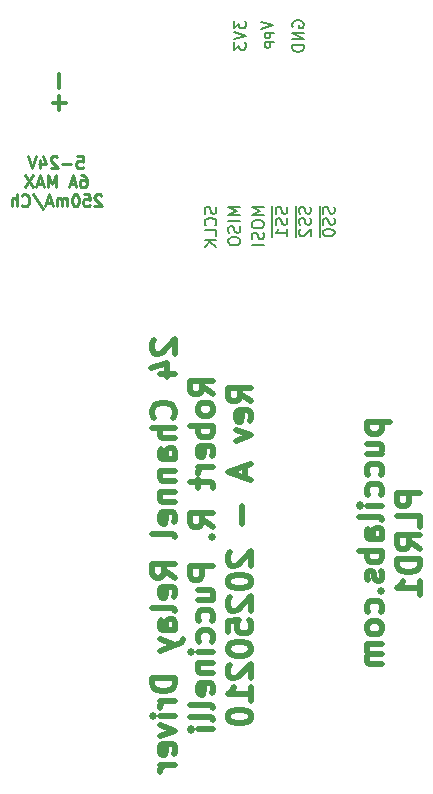
<source format=gbr>
%TF.GenerationSoftware,KiCad,Pcbnew,8.0.5*%
%TF.CreationDate,2025-02-14T14:12:51-08:00*%
%TF.ProjectId,RelayDriver,52656c61-7944-4726-9976-65722e6b6963,A*%
%TF.SameCoordinates,Original*%
%TF.FileFunction,Legend,Bot*%
%TF.FilePolarity,Positive*%
%FSLAX46Y46*%
G04 Gerber Fmt 4.6, Leading zero omitted, Abs format (unit mm)*
G04 Created by KiCad (PCBNEW 8.0.5) date 2025-02-14 14:12:51*
%MOMM*%
%LPD*%
G01*
G04 APERTURE LIST*
%ADD10C,0.375000*%
%ADD11C,0.500000*%
%ADD12C,0.200000*%
%ADD13C,0.250000*%
G04 APERTURE END LIST*
D10*
X123774500Y-70396147D02*
X123774500Y-69253290D01*
X123203071Y-69824718D02*
X124345928Y-69824718D01*
X123774500Y-68539004D02*
X123774500Y-67396147D01*
D11*
X149776016Y-96861903D02*
X151776016Y-96861903D01*
X149871254Y-96861903D02*
X149776016Y-97052379D01*
X149776016Y-97052379D02*
X149776016Y-97433332D01*
X149776016Y-97433332D02*
X149871254Y-97623808D01*
X149871254Y-97623808D02*
X149966492Y-97719046D01*
X149966492Y-97719046D02*
X150156969Y-97814284D01*
X150156969Y-97814284D02*
X150728397Y-97814284D01*
X150728397Y-97814284D02*
X150918873Y-97719046D01*
X150918873Y-97719046D02*
X151014112Y-97623808D01*
X151014112Y-97623808D02*
X151109350Y-97433332D01*
X151109350Y-97433332D02*
X151109350Y-97052379D01*
X151109350Y-97052379D02*
X151014112Y-96861903D01*
X149776016Y-99528570D02*
X151109350Y-99528570D01*
X149776016Y-98671427D02*
X150823635Y-98671427D01*
X150823635Y-98671427D02*
X151014112Y-98766665D01*
X151014112Y-98766665D02*
X151109350Y-98957141D01*
X151109350Y-98957141D02*
X151109350Y-99242856D01*
X151109350Y-99242856D02*
X151014112Y-99433332D01*
X151014112Y-99433332D02*
X150918873Y-99528570D01*
X151014112Y-101338094D02*
X151109350Y-101147618D01*
X151109350Y-101147618D02*
X151109350Y-100766665D01*
X151109350Y-100766665D02*
X151014112Y-100576189D01*
X151014112Y-100576189D02*
X150918873Y-100480951D01*
X150918873Y-100480951D02*
X150728397Y-100385713D01*
X150728397Y-100385713D02*
X150156969Y-100385713D01*
X150156969Y-100385713D02*
X149966492Y-100480951D01*
X149966492Y-100480951D02*
X149871254Y-100576189D01*
X149871254Y-100576189D02*
X149776016Y-100766665D01*
X149776016Y-100766665D02*
X149776016Y-101147618D01*
X149776016Y-101147618D02*
X149871254Y-101338094D01*
X151014112Y-103052380D02*
X151109350Y-102861904D01*
X151109350Y-102861904D02*
X151109350Y-102480951D01*
X151109350Y-102480951D02*
X151014112Y-102290475D01*
X151014112Y-102290475D02*
X150918873Y-102195237D01*
X150918873Y-102195237D02*
X150728397Y-102099999D01*
X150728397Y-102099999D02*
X150156969Y-102099999D01*
X150156969Y-102099999D02*
X149966492Y-102195237D01*
X149966492Y-102195237D02*
X149871254Y-102290475D01*
X149871254Y-102290475D02*
X149776016Y-102480951D01*
X149776016Y-102480951D02*
X149776016Y-102861904D01*
X149776016Y-102861904D02*
X149871254Y-103052380D01*
X151109350Y-103909523D02*
X149776016Y-103909523D01*
X149109350Y-103909523D02*
X149204588Y-103814285D01*
X149204588Y-103814285D02*
X149299826Y-103909523D01*
X149299826Y-103909523D02*
X149204588Y-104004761D01*
X149204588Y-104004761D02*
X149109350Y-103909523D01*
X149109350Y-103909523D02*
X149299826Y-103909523D01*
X151109350Y-105147618D02*
X151014112Y-104957142D01*
X151014112Y-104957142D02*
X150823635Y-104861904D01*
X150823635Y-104861904D02*
X149109350Y-104861904D01*
X151109350Y-106766666D02*
X150061731Y-106766666D01*
X150061731Y-106766666D02*
X149871254Y-106671428D01*
X149871254Y-106671428D02*
X149776016Y-106480952D01*
X149776016Y-106480952D02*
X149776016Y-106099999D01*
X149776016Y-106099999D02*
X149871254Y-105909523D01*
X151014112Y-106766666D02*
X151109350Y-106576190D01*
X151109350Y-106576190D02*
X151109350Y-106099999D01*
X151109350Y-106099999D02*
X151014112Y-105909523D01*
X151014112Y-105909523D02*
X150823635Y-105814285D01*
X150823635Y-105814285D02*
X150633159Y-105814285D01*
X150633159Y-105814285D02*
X150442683Y-105909523D01*
X150442683Y-105909523D02*
X150347445Y-106099999D01*
X150347445Y-106099999D02*
X150347445Y-106576190D01*
X150347445Y-106576190D02*
X150252207Y-106766666D01*
X151109350Y-107719047D02*
X149109350Y-107719047D01*
X149871254Y-107719047D02*
X149776016Y-107909523D01*
X149776016Y-107909523D02*
X149776016Y-108290476D01*
X149776016Y-108290476D02*
X149871254Y-108480952D01*
X149871254Y-108480952D02*
X149966492Y-108576190D01*
X149966492Y-108576190D02*
X150156969Y-108671428D01*
X150156969Y-108671428D02*
X150728397Y-108671428D01*
X150728397Y-108671428D02*
X150918873Y-108576190D01*
X150918873Y-108576190D02*
X151014112Y-108480952D01*
X151014112Y-108480952D02*
X151109350Y-108290476D01*
X151109350Y-108290476D02*
X151109350Y-107909523D01*
X151109350Y-107909523D02*
X151014112Y-107719047D01*
X151014112Y-109433333D02*
X151109350Y-109623809D01*
X151109350Y-109623809D02*
X151109350Y-110004761D01*
X151109350Y-110004761D02*
X151014112Y-110195238D01*
X151014112Y-110195238D02*
X150823635Y-110290476D01*
X150823635Y-110290476D02*
X150728397Y-110290476D01*
X150728397Y-110290476D02*
X150537921Y-110195238D01*
X150537921Y-110195238D02*
X150442683Y-110004761D01*
X150442683Y-110004761D02*
X150442683Y-109719047D01*
X150442683Y-109719047D02*
X150347445Y-109528571D01*
X150347445Y-109528571D02*
X150156969Y-109433333D01*
X150156969Y-109433333D02*
X150061731Y-109433333D01*
X150061731Y-109433333D02*
X149871254Y-109528571D01*
X149871254Y-109528571D02*
X149776016Y-109719047D01*
X149776016Y-109719047D02*
X149776016Y-110004761D01*
X149776016Y-110004761D02*
X149871254Y-110195238D01*
X150918873Y-111147619D02*
X151014112Y-111242857D01*
X151014112Y-111242857D02*
X151109350Y-111147619D01*
X151109350Y-111147619D02*
X151014112Y-111052381D01*
X151014112Y-111052381D02*
X150918873Y-111147619D01*
X150918873Y-111147619D02*
X151109350Y-111147619D01*
X151014112Y-112957143D02*
X151109350Y-112766667D01*
X151109350Y-112766667D02*
X151109350Y-112385714D01*
X151109350Y-112385714D02*
X151014112Y-112195238D01*
X151014112Y-112195238D02*
X150918873Y-112100000D01*
X150918873Y-112100000D02*
X150728397Y-112004762D01*
X150728397Y-112004762D02*
X150156969Y-112004762D01*
X150156969Y-112004762D02*
X149966492Y-112100000D01*
X149966492Y-112100000D02*
X149871254Y-112195238D01*
X149871254Y-112195238D02*
X149776016Y-112385714D01*
X149776016Y-112385714D02*
X149776016Y-112766667D01*
X149776016Y-112766667D02*
X149871254Y-112957143D01*
X151109350Y-114100000D02*
X151014112Y-113909524D01*
X151014112Y-113909524D02*
X150918873Y-113814286D01*
X150918873Y-113814286D02*
X150728397Y-113719048D01*
X150728397Y-113719048D02*
X150156969Y-113719048D01*
X150156969Y-113719048D02*
X149966492Y-113814286D01*
X149966492Y-113814286D02*
X149871254Y-113909524D01*
X149871254Y-113909524D02*
X149776016Y-114100000D01*
X149776016Y-114100000D02*
X149776016Y-114385715D01*
X149776016Y-114385715D02*
X149871254Y-114576191D01*
X149871254Y-114576191D02*
X149966492Y-114671429D01*
X149966492Y-114671429D02*
X150156969Y-114766667D01*
X150156969Y-114766667D02*
X150728397Y-114766667D01*
X150728397Y-114766667D02*
X150918873Y-114671429D01*
X150918873Y-114671429D02*
X151014112Y-114576191D01*
X151014112Y-114576191D02*
X151109350Y-114385715D01*
X151109350Y-114385715D02*
X151109350Y-114100000D01*
X151109350Y-115623810D02*
X149776016Y-115623810D01*
X149966492Y-115623810D02*
X149871254Y-115719048D01*
X149871254Y-115719048D02*
X149776016Y-115909524D01*
X149776016Y-115909524D02*
X149776016Y-116195239D01*
X149776016Y-116195239D02*
X149871254Y-116385715D01*
X149871254Y-116385715D02*
X150061731Y-116480953D01*
X150061731Y-116480953D02*
X151109350Y-116480953D01*
X150061731Y-116480953D02*
X149871254Y-116576191D01*
X149871254Y-116576191D02*
X149776016Y-116766667D01*
X149776016Y-116766667D02*
X149776016Y-117052381D01*
X149776016Y-117052381D02*
X149871254Y-117242858D01*
X149871254Y-117242858D02*
X150061731Y-117338096D01*
X150061731Y-117338096D02*
X151109350Y-117338096D01*
X154329238Y-102814285D02*
X152329238Y-102814285D01*
X152329238Y-102814285D02*
X152329238Y-103576190D01*
X152329238Y-103576190D02*
X152424476Y-103766666D01*
X152424476Y-103766666D02*
X152519714Y-103861904D01*
X152519714Y-103861904D02*
X152710190Y-103957142D01*
X152710190Y-103957142D02*
X152995904Y-103957142D01*
X152995904Y-103957142D02*
X153186380Y-103861904D01*
X153186380Y-103861904D02*
X153281619Y-103766666D01*
X153281619Y-103766666D02*
X153376857Y-103576190D01*
X153376857Y-103576190D02*
X153376857Y-102814285D01*
X154329238Y-105766666D02*
X154329238Y-104814285D01*
X154329238Y-104814285D02*
X152329238Y-104814285D01*
X154329238Y-107576190D02*
X153376857Y-106909523D01*
X154329238Y-106433333D02*
X152329238Y-106433333D01*
X152329238Y-106433333D02*
X152329238Y-107195238D01*
X152329238Y-107195238D02*
X152424476Y-107385714D01*
X152424476Y-107385714D02*
X152519714Y-107480952D01*
X152519714Y-107480952D02*
X152710190Y-107576190D01*
X152710190Y-107576190D02*
X152995904Y-107576190D01*
X152995904Y-107576190D02*
X153186380Y-107480952D01*
X153186380Y-107480952D02*
X153281619Y-107385714D01*
X153281619Y-107385714D02*
X153376857Y-107195238D01*
X153376857Y-107195238D02*
X153376857Y-106433333D01*
X154329238Y-108433333D02*
X152329238Y-108433333D01*
X152329238Y-108433333D02*
X152329238Y-108909523D01*
X152329238Y-108909523D02*
X152424476Y-109195238D01*
X152424476Y-109195238D02*
X152614952Y-109385714D01*
X152614952Y-109385714D02*
X152805428Y-109480952D01*
X152805428Y-109480952D02*
X153186380Y-109576190D01*
X153186380Y-109576190D02*
X153472095Y-109576190D01*
X153472095Y-109576190D02*
X153853047Y-109480952D01*
X153853047Y-109480952D02*
X154043523Y-109385714D01*
X154043523Y-109385714D02*
X154234000Y-109195238D01*
X154234000Y-109195238D02*
X154329238Y-108909523D01*
X154329238Y-108909523D02*
X154329238Y-108433333D01*
X154329238Y-111480952D02*
X154329238Y-110338095D01*
X154329238Y-110909523D02*
X152329238Y-110909523D01*
X152329238Y-110909523D02*
X152614952Y-110719047D01*
X152614952Y-110719047D02*
X152805428Y-110528571D01*
X152805428Y-110528571D02*
X152900666Y-110338095D01*
D12*
X145019600Y-78622054D02*
X145067219Y-78764911D01*
X145067219Y-78764911D02*
X145067219Y-79003006D01*
X145067219Y-79003006D02*
X145019600Y-79098244D01*
X145019600Y-79098244D02*
X144971980Y-79145863D01*
X144971980Y-79145863D02*
X144876742Y-79193482D01*
X144876742Y-79193482D02*
X144781504Y-79193482D01*
X144781504Y-79193482D02*
X144686266Y-79145863D01*
X144686266Y-79145863D02*
X144638647Y-79098244D01*
X144638647Y-79098244D02*
X144591028Y-79003006D01*
X144591028Y-79003006D02*
X144543409Y-78812530D01*
X144543409Y-78812530D02*
X144495790Y-78717292D01*
X144495790Y-78717292D02*
X144448171Y-78669673D01*
X144448171Y-78669673D02*
X144352933Y-78622054D01*
X144352933Y-78622054D02*
X144257695Y-78622054D01*
X144257695Y-78622054D02*
X144162457Y-78669673D01*
X144162457Y-78669673D02*
X144114838Y-78717292D01*
X144114838Y-78717292D02*
X144067219Y-78812530D01*
X144067219Y-78812530D02*
X144067219Y-79050625D01*
X144067219Y-79050625D02*
X144114838Y-79193482D01*
X145019600Y-79574435D02*
X145067219Y-79717292D01*
X145067219Y-79717292D02*
X145067219Y-79955387D01*
X145067219Y-79955387D02*
X145019600Y-80050625D01*
X145019600Y-80050625D02*
X144971980Y-80098244D01*
X144971980Y-80098244D02*
X144876742Y-80145863D01*
X144876742Y-80145863D02*
X144781504Y-80145863D01*
X144781504Y-80145863D02*
X144686266Y-80098244D01*
X144686266Y-80098244D02*
X144638647Y-80050625D01*
X144638647Y-80050625D02*
X144591028Y-79955387D01*
X144591028Y-79955387D02*
X144543409Y-79764911D01*
X144543409Y-79764911D02*
X144495790Y-79669673D01*
X144495790Y-79669673D02*
X144448171Y-79622054D01*
X144448171Y-79622054D02*
X144352933Y-79574435D01*
X144352933Y-79574435D02*
X144257695Y-79574435D01*
X144257695Y-79574435D02*
X144162457Y-79622054D01*
X144162457Y-79622054D02*
X144114838Y-79669673D01*
X144114838Y-79669673D02*
X144067219Y-79764911D01*
X144067219Y-79764911D02*
X144067219Y-80003006D01*
X144067219Y-80003006D02*
X144114838Y-80145863D01*
X144162457Y-80526816D02*
X144114838Y-80574435D01*
X144114838Y-80574435D02*
X144067219Y-80669673D01*
X144067219Y-80669673D02*
X144067219Y-80907768D01*
X144067219Y-80907768D02*
X144114838Y-81003006D01*
X144114838Y-81003006D02*
X144162457Y-81050625D01*
X144162457Y-81050625D02*
X144257695Y-81098244D01*
X144257695Y-81098244D02*
X144352933Y-81098244D01*
X144352933Y-81098244D02*
X144495790Y-81050625D01*
X144495790Y-81050625D02*
X145067219Y-80479197D01*
X145067219Y-80479197D02*
X145067219Y-81098244D01*
X143789600Y-78531578D02*
X143789600Y-81188721D01*
X143019600Y-78622054D02*
X143067219Y-78764911D01*
X143067219Y-78764911D02*
X143067219Y-79003006D01*
X143067219Y-79003006D02*
X143019600Y-79098244D01*
X143019600Y-79098244D02*
X142971980Y-79145863D01*
X142971980Y-79145863D02*
X142876742Y-79193482D01*
X142876742Y-79193482D02*
X142781504Y-79193482D01*
X142781504Y-79193482D02*
X142686266Y-79145863D01*
X142686266Y-79145863D02*
X142638647Y-79098244D01*
X142638647Y-79098244D02*
X142591028Y-79003006D01*
X142591028Y-79003006D02*
X142543409Y-78812530D01*
X142543409Y-78812530D02*
X142495790Y-78717292D01*
X142495790Y-78717292D02*
X142448171Y-78669673D01*
X142448171Y-78669673D02*
X142352933Y-78622054D01*
X142352933Y-78622054D02*
X142257695Y-78622054D01*
X142257695Y-78622054D02*
X142162457Y-78669673D01*
X142162457Y-78669673D02*
X142114838Y-78717292D01*
X142114838Y-78717292D02*
X142067219Y-78812530D01*
X142067219Y-78812530D02*
X142067219Y-79050625D01*
X142067219Y-79050625D02*
X142114838Y-79193482D01*
X143019600Y-79574435D02*
X143067219Y-79717292D01*
X143067219Y-79717292D02*
X143067219Y-79955387D01*
X143067219Y-79955387D02*
X143019600Y-80050625D01*
X143019600Y-80050625D02*
X142971980Y-80098244D01*
X142971980Y-80098244D02*
X142876742Y-80145863D01*
X142876742Y-80145863D02*
X142781504Y-80145863D01*
X142781504Y-80145863D02*
X142686266Y-80098244D01*
X142686266Y-80098244D02*
X142638647Y-80050625D01*
X142638647Y-80050625D02*
X142591028Y-79955387D01*
X142591028Y-79955387D02*
X142543409Y-79764911D01*
X142543409Y-79764911D02*
X142495790Y-79669673D01*
X142495790Y-79669673D02*
X142448171Y-79622054D01*
X142448171Y-79622054D02*
X142352933Y-79574435D01*
X142352933Y-79574435D02*
X142257695Y-79574435D01*
X142257695Y-79574435D02*
X142162457Y-79622054D01*
X142162457Y-79622054D02*
X142114838Y-79669673D01*
X142114838Y-79669673D02*
X142067219Y-79764911D01*
X142067219Y-79764911D02*
X142067219Y-80003006D01*
X142067219Y-80003006D02*
X142114838Y-80145863D01*
X143067219Y-81098244D02*
X143067219Y-80526816D01*
X143067219Y-80812530D02*
X142067219Y-80812530D01*
X142067219Y-80812530D02*
X142210076Y-80717292D01*
X142210076Y-80717292D02*
X142305314Y-80622054D01*
X142305314Y-80622054D02*
X142352933Y-80526816D01*
X141789600Y-78531578D02*
X141789600Y-81188721D01*
D13*
X125261904Y-74344731D02*
X125738094Y-74344731D01*
X125738094Y-74344731D02*
X125785713Y-74820921D01*
X125785713Y-74820921D02*
X125738094Y-74773302D01*
X125738094Y-74773302D02*
X125642856Y-74725683D01*
X125642856Y-74725683D02*
X125404761Y-74725683D01*
X125404761Y-74725683D02*
X125309523Y-74773302D01*
X125309523Y-74773302D02*
X125261904Y-74820921D01*
X125261904Y-74820921D02*
X125214285Y-74916159D01*
X125214285Y-74916159D02*
X125214285Y-75154254D01*
X125214285Y-75154254D02*
X125261904Y-75249492D01*
X125261904Y-75249492D02*
X125309523Y-75297112D01*
X125309523Y-75297112D02*
X125404761Y-75344731D01*
X125404761Y-75344731D02*
X125642856Y-75344731D01*
X125642856Y-75344731D02*
X125738094Y-75297112D01*
X125738094Y-75297112D02*
X125785713Y-75249492D01*
X124785713Y-74963778D02*
X124023809Y-74963778D01*
X123595237Y-74439969D02*
X123547618Y-74392350D01*
X123547618Y-74392350D02*
X123452380Y-74344731D01*
X123452380Y-74344731D02*
X123214285Y-74344731D01*
X123214285Y-74344731D02*
X123119047Y-74392350D01*
X123119047Y-74392350D02*
X123071428Y-74439969D01*
X123071428Y-74439969D02*
X123023809Y-74535207D01*
X123023809Y-74535207D02*
X123023809Y-74630445D01*
X123023809Y-74630445D02*
X123071428Y-74773302D01*
X123071428Y-74773302D02*
X123642856Y-75344731D01*
X123642856Y-75344731D02*
X123023809Y-75344731D01*
X122166666Y-74678064D02*
X122166666Y-75344731D01*
X122404761Y-74297112D02*
X122642856Y-75011397D01*
X122642856Y-75011397D02*
X122023809Y-75011397D01*
X121785713Y-74344731D02*
X121452380Y-75344731D01*
X121452380Y-75344731D02*
X121119047Y-74344731D01*
X125595238Y-75954675D02*
X125785714Y-75954675D01*
X125785714Y-75954675D02*
X125880952Y-76002294D01*
X125880952Y-76002294D02*
X125928571Y-76049913D01*
X125928571Y-76049913D02*
X126023809Y-76192770D01*
X126023809Y-76192770D02*
X126071428Y-76383246D01*
X126071428Y-76383246D02*
X126071428Y-76764198D01*
X126071428Y-76764198D02*
X126023809Y-76859436D01*
X126023809Y-76859436D02*
X125976190Y-76907056D01*
X125976190Y-76907056D02*
X125880952Y-76954675D01*
X125880952Y-76954675D02*
X125690476Y-76954675D01*
X125690476Y-76954675D02*
X125595238Y-76907056D01*
X125595238Y-76907056D02*
X125547619Y-76859436D01*
X125547619Y-76859436D02*
X125500000Y-76764198D01*
X125500000Y-76764198D02*
X125500000Y-76526103D01*
X125500000Y-76526103D02*
X125547619Y-76430865D01*
X125547619Y-76430865D02*
X125595238Y-76383246D01*
X125595238Y-76383246D02*
X125690476Y-76335627D01*
X125690476Y-76335627D02*
X125880952Y-76335627D01*
X125880952Y-76335627D02*
X125976190Y-76383246D01*
X125976190Y-76383246D02*
X126023809Y-76430865D01*
X126023809Y-76430865D02*
X126071428Y-76526103D01*
X125119047Y-76668960D02*
X124642857Y-76668960D01*
X125214285Y-76954675D02*
X124880952Y-75954675D01*
X124880952Y-75954675D02*
X124547619Y-76954675D01*
X123452380Y-76954675D02*
X123452380Y-75954675D01*
X123452380Y-75954675D02*
X123119047Y-76668960D01*
X123119047Y-76668960D02*
X122785714Y-75954675D01*
X122785714Y-75954675D02*
X122785714Y-76954675D01*
X122357142Y-76668960D02*
X121880952Y-76668960D01*
X122452380Y-76954675D02*
X122119047Y-75954675D01*
X122119047Y-75954675D02*
X121785714Y-76954675D01*
X121547618Y-75954675D02*
X120880952Y-76954675D01*
X120880952Y-75954675D02*
X121547618Y-76954675D01*
X127309523Y-77659857D02*
X127261904Y-77612238D01*
X127261904Y-77612238D02*
X127166666Y-77564619D01*
X127166666Y-77564619D02*
X126928571Y-77564619D01*
X126928571Y-77564619D02*
X126833333Y-77612238D01*
X126833333Y-77612238D02*
X126785714Y-77659857D01*
X126785714Y-77659857D02*
X126738095Y-77755095D01*
X126738095Y-77755095D02*
X126738095Y-77850333D01*
X126738095Y-77850333D02*
X126785714Y-77993190D01*
X126785714Y-77993190D02*
X127357142Y-78564619D01*
X127357142Y-78564619D02*
X126738095Y-78564619D01*
X125833333Y-77564619D02*
X126309523Y-77564619D01*
X126309523Y-77564619D02*
X126357142Y-78040809D01*
X126357142Y-78040809D02*
X126309523Y-77993190D01*
X126309523Y-77993190D02*
X126214285Y-77945571D01*
X126214285Y-77945571D02*
X125976190Y-77945571D01*
X125976190Y-77945571D02*
X125880952Y-77993190D01*
X125880952Y-77993190D02*
X125833333Y-78040809D01*
X125833333Y-78040809D02*
X125785714Y-78136047D01*
X125785714Y-78136047D02*
X125785714Y-78374142D01*
X125785714Y-78374142D02*
X125833333Y-78469380D01*
X125833333Y-78469380D02*
X125880952Y-78517000D01*
X125880952Y-78517000D02*
X125976190Y-78564619D01*
X125976190Y-78564619D02*
X126214285Y-78564619D01*
X126214285Y-78564619D02*
X126309523Y-78517000D01*
X126309523Y-78517000D02*
X126357142Y-78469380D01*
X125166666Y-77564619D02*
X125071428Y-77564619D01*
X125071428Y-77564619D02*
X124976190Y-77612238D01*
X124976190Y-77612238D02*
X124928571Y-77659857D01*
X124928571Y-77659857D02*
X124880952Y-77755095D01*
X124880952Y-77755095D02*
X124833333Y-77945571D01*
X124833333Y-77945571D02*
X124833333Y-78183666D01*
X124833333Y-78183666D02*
X124880952Y-78374142D01*
X124880952Y-78374142D02*
X124928571Y-78469380D01*
X124928571Y-78469380D02*
X124976190Y-78517000D01*
X124976190Y-78517000D02*
X125071428Y-78564619D01*
X125071428Y-78564619D02*
X125166666Y-78564619D01*
X125166666Y-78564619D02*
X125261904Y-78517000D01*
X125261904Y-78517000D02*
X125309523Y-78469380D01*
X125309523Y-78469380D02*
X125357142Y-78374142D01*
X125357142Y-78374142D02*
X125404761Y-78183666D01*
X125404761Y-78183666D02*
X125404761Y-77945571D01*
X125404761Y-77945571D02*
X125357142Y-77755095D01*
X125357142Y-77755095D02*
X125309523Y-77659857D01*
X125309523Y-77659857D02*
X125261904Y-77612238D01*
X125261904Y-77612238D02*
X125166666Y-77564619D01*
X124404761Y-78564619D02*
X124404761Y-77897952D01*
X124404761Y-77993190D02*
X124357142Y-77945571D01*
X124357142Y-77945571D02*
X124261904Y-77897952D01*
X124261904Y-77897952D02*
X124119047Y-77897952D01*
X124119047Y-77897952D02*
X124023809Y-77945571D01*
X124023809Y-77945571D02*
X123976190Y-78040809D01*
X123976190Y-78040809D02*
X123976190Y-78564619D01*
X123976190Y-78040809D02*
X123928571Y-77945571D01*
X123928571Y-77945571D02*
X123833333Y-77897952D01*
X123833333Y-77897952D02*
X123690476Y-77897952D01*
X123690476Y-77897952D02*
X123595237Y-77945571D01*
X123595237Y-77945571D02*
X123547618Y-78040809D01*
X123547618Y-78040809D02*
X123547618Y-78564619D01*
X123119047Y-78278904D02*
X122642857Y-78278904D01*
X123214285Y-78564619D02*
X122880952Y-77564619D01*
X122880952Y-77564619D02*
X122547619Y-78564619D01*
X121500000Y-77517000D02*
X122357142Y-78802714D01*
X120595238Y-78469380D02*
X120642857Y-78517000D01*
X120642857Y-78517000D02*
X120785714Y-78564619D01*
X120785714Y-78564619D02*
X120880952Y-78564619D01*
X120880952Y-78564619D02*
X121023809Y-78517000D01*
X121023809Y-78517000D02*
X121119047Y-78421761D01*
X121119047Y-78421761D02*
X121166666Y-78326523D01*
X121166666Y-78326523D02*
X121214285Y-78136047D01*
X121214285Y-78136047D02*
X121214285Y-77993190D01*
X121214285Y-77993190D02*
X121166666Y-77802714D01*
X121166666Y-77802714D02*
X121119047Y-77707476D01*
X121119047Y-77707476D02*
X121023809Y-77612238D01*
X121023809Y-77612238D02*
X120880952Y-77564619D01*
X120880952Y-77564619D02*
X120785714Y-77564619D01*
X120785714Y-77564619D02*
X120642857Y-77612238D01*
X120642857Y-77612238D02*
X120595238Y-77659857D01*
X120166666Y-78564619D02*
X120166666Y-77564619D01*
X119738095Y-78564619D02*
X119738095Y-78040809D01*
X119738095Y-78040809D02*
X119785714Y-77945571D01*
X119785714Y-77945571D02*
X119880952Y-77897952D01*
X119880952Y-77897952D02*
X120023809Y-77897952D01*
X120023809Y-77897952D02*
X120119047Y-77945571D01*
X120119047Y-77945571D02*
X120166666Y-77993190D01*
D11*
X131769826Y-89909522D02*
X131674588Y-90004760D01*
X131674588Y-90004760D02*
X131579350Y-90195236D01*
X131579350Y-90195236D02*
X131579350Y-90671427D01*
X131579350Y-90671427D02*
X131674588Y-90861903D01*
X131674588Y-90861903D02*
X131769826Y-90957141D01*
X131769826Y-90957141D02*
X131960302Y-91052379D01*
X131960302Y-91052379D02*
X132150778Y-91052379D01*
X132150778Y-91052379D02*
X132436492Y-90957141D01*
X132436492Y-90957141D02*
X133579350Y-89814284D01*
X133579350Y-89814284D02*
X133579350Y-91052379D01*
X132246016Y-92766665D02*
X133579350Y-92766665D01*
X131484112Y-92290474D02*
X132912683Y-91814284D01*
X132912683Y-91814284D02*
X132912683Y-93052379D01*
X133388873Y-96480951D02*
X133484112Y-96385713D01*
X133484112Y-96385713D02*
X133579350Y-96099999D01*
X133579350Y-96099999D02*
X133579350Y-95909523D01*
X133579350Y-95909523D02*
X133484112Y-95623808D01*
X133484112Y-95623808D02*
X133293635Y-95433332D01*
X133293635Y-95433332D02*
X133103159Y-95338094D01*
X133103159Y-95338094D02*
X132722207Y-95242856D01*
X132722207Y-95242856D02*
X132436492Y-95242856D01*
X132436492Y-95242856D02*
X132055540Y-95338094D01*
X132055540Y-95338094D02*
X131865064Y-95433332D01*
X131865064Y-95433332D02*
X131674588Y-95623808D01*
X131674588Y-95623808D02*
X131579350Y-95909523D01*
X131579350Y-95909523D02*
X131579350Y-96099999D01*
X131579350Y-96099999D02*
X131674588Y-96385713D01*
X131674588Y-96385713D02*
X131769826Y-96480951D01*
X133579350Y-97338094D02*
X131579350Y-97338094D01*
X133579350Y-98195237D02*
X132531731Y-98195237D01*
X132531731Y-98195237D02*
X132341254Y-98099999D01*
X132341254Y-98099999D02*
X132246016Y-97909523D01*
X132246016Y-97909523D02*
X132246016Y-97623808D01*
X132246016Y-97623808D02*
X132341254Y-97433332D01*
X132341254Y-97433332D02*
X132436492Y-97338094D01*
X133579350Y-100004761D02*
X132531731Y-100004761D01*
X132531731Y-100004761D02*
X132341254Y-99909523D01*
X132341254Y-99909523D02*
X132246016Y-99719047D01*
X132246016Y-99719047D02*
X132246016Y-99338094D01*
X132246016Y-99338094D02*
X132341254Y-99147618D01*
X133484112Y-100004761D02*
X133579350Y-99814285D01*
X133579350Y-99814285D02*
X133579350Y-99338094D01*
X133579350Y-99338094D02*
X133484112Y-99147618D01*
X133484112Y-99147618D02*
X133293635Y-99052380D01*
X133293635Y-99052380D02*
X133103159Y-99052380D01*
X133103159Y-99052380D02*
X132912683Y-99147618D01*
X132912683Y-99147618D02*
X132817445Y-99338094D01*
X132817445Y-99338094D02*
X132817445Y-99814285D01*
X132817445Y-99814285D02*
X132722207Y-100004761D01*
X132246016Y-100957142D02*
X133579350Y-100957142D01*
X132436492Y-100957142D02*
X132341254Y-101052380D01*
X132341254Y-101052380D02*
X132246016Y-101242856D01*
X132246016Y-101242856D02*
X132246016Y-101528571D01*
X132246016Y-101528571D02*
X132341254Y-101719047D01*
X132341254Y-101719047D02*
X132531731Y-101814285D01*
X132531731Y-101814285D02*
X133579350Y-101814285D01*
X132246016Y-102766666D02*
X133579350Y-102766666D01*
X132436492Y-102766666D02*
X132341254Y-102861904D01*
X132341254Y-102861904D02*
X132246016Y-103052380D01*
X132246016Y-103052380D02*
X132246016Y-103338095D01*
X132246016Y-103338095D02*
X132341254Y-103528571D01*
X132341254Y-103528571D02*
X132531731Y-103623809D01*
X132531731Y-103623809D02*
X133579350Y-103623809D01*
X133484112Y-105338095D02*
X133579350Y-105147619D01*
X133579350Y-105147619D02*
X133579350Y-104766666D01*
X133579350Y-104766666D02*
X133484112Y-104576190D01*
X133484112Y-104576190D02*
X133293635Y-104480952D01*
X133293635Y-104480952D02*
X132531731Y-104480952D01*
X132531731Y-104480952D02*
X132341254Y-104576190D01*
X132341254Y-104576190D02*
X132246016Y-104766666D01*
X132246016Y-104766666D02*
X132246016Y-105147619D01*
X132246016Y-105147619D02*
X132341254Y-105338095D01*
X132341254Y-105338095D02*
X132531731Y-105433333D01*
X132531731Y-105433333D02*
X132722207Y-105433333D01*
X132722207Y-105433333D02*
X132912683Y-104480952D01*
X133579350Y-106576190D02*
X133484112Y-106385714D01*
X133484112Y-106385714D02*
X133293635Y-106290476D01*
X133293635Y-106290476D02*
X131579350Y-106290476D01*
X133579350Y-110004762D02*
X132626969Y-109338095D01*
X133579350Y-108861905D02*
X131579350Y-108861905D01*
X131579350Y-108861905D02*
X131579350Y-109623810D01*
X131579350Y-109623810D02*
X131674588Y-109814286D01*
X131674588Y-109814286D02*
X131769826Y-109909524D01*
X131769826Y-109909524D02*
X131960302Y-110004762D01*
X131960302Y-110004762D02*
X132246016Y-110004762D01*
X132246016Y-110004762D02*
X132436492Y-109909524D01*
X132436492Y-109909524D02*
X132531731Y-109814286D01*
X132531731Y-109814286D02*
X132626969Y-109623810D01*
X132626969Y-109623810D02*
X132626969Y-108861905D01*
X133484112Y-111623810D02*
X133579350Y-111433334D01*
X133579350Y-111433334D02*
X133579350Y-111052381D01*
X133579350Y-111052381D02*
X133484112Y-110861905D01*
X133484112Y-110861905D02*
X133293635Y-110766667D01*
X133293635Y-110766667D02*
X132531731Y-110766667D01*
X132531731Y-110766667D02*
X132341254Y-110861905D01*
X132341254Y-110861905D02*
X132246016Y-111052381D01*
X132246016Y-111052381D02*
X132246016Y-111433334D01*
X132246016Y-111433334D02*
X132341254Y-111623810D01*
X132341254Y-111623810D02*
X132531731Y-111719048D01*
X132531731Y-111719048D02*
X132722207Y-111719048D01*
X132722207Y-111719048D02*
X132912683Y-110766667D01*
X133579350Y-112861905D02*
X133484112Y-112671429D01*
X133484112Y-112671429D02*
X133293635Y-112576191D01*
X133293635Y-112576191D02*
X131579350Y-112576191D01*
X133579350Y-114480953D02*
X132531731Y-114480953D01*
X132531731Y-114480953D02*
X132341254Y-114385715D01*
X132341254Y-114385715D02*
X132246016Y-114195239D01*
X132246016Y-114195239D02*
X132246016Y-113814286D01*
X132246016Y-113814286D02*
X132341254Y-113623810D01*
X133484112Y-114480953D02*
X133579350Y-114290477D01*
X133579350Y-114290477D02*
X133579350Y-113814286D01*
X133579350Y-113814286D02*
X133484112Y-113623810D01*
X133484112Y-113623810D02*
X133293635Y-113528572D01*
X133293635Y-113528572D02*
X133103159Y-113528572D01*
X133103159Y-113528572D02*
X132912683Y-113623810D01*
X132912683Y-113623810D02*
X132817445Y-113814286D01*
X132817445Y-113814286D02*
X132817445Y-114290477D01*
X132817445Y-114290477D02*
X132722207Y-114480953D01*
X132246016Y-115242858D02*
X133579350Y-115719048D01*
X132246016Y-116195239D02*
X133579350Y-115719048D01*
X133579350Y-115719048D02*
X134055540Y-115528572D01*
X134055540Y-115528572D02*
X134150778Y-115433334D01*
X134150778Y-115433334D02*
X134246016Y-115242858D01*
X133579350Y-118480954D02*
X131579350Y-118480954D01*
X131579350Y-118480954D02*
X131579350Y-118957144D01*
X131579350Y-118957144D02*
X131674588Y-119242859D01*
X131674588Y-119242859D02*
X131865064Y-119433335D01*
X131865064Y-119433335D02*
X132055540Y-119528573D01*
X132055540Y-119528573D02*
X132436492Y-119623811D01*
X132436492Y-119623811D02*
X132722207Y-119623811D01*
X132722207Y-119623811D02*
X133103159Y-119528573D01*
X133103159Y-119528573D02*
X133293635Y-119433335D01*
X133293635Y-119433335D02*
X133484112Y-119242859D01*
X133484112Y-119242859D02*
X133579350Y-118957144D01*
X133579350Y-118957144D02*
X133579350Y-118480954D01*
X133579350Y-120480954D02*
X132246016Y-120480954D01*
X132626969Y-120480954D02*
X132436492Y-120576192D01*
X132436492Y-120576192D02*
X132341254Y-120671430D01*
X132341254Y-120671430D02*
X132246016Y-120861906D01*
X132246016Y-120861906D02*
X132246016Y-121052383D01*
X133579350Y-121719049D02*
X132246016Y-121719049D01*
X131579350Y-121719049D02*
X131674588Y-121623811D01*
X131674588Y-121623811D02*
X131769826Y-121719049D01*
X131769826Y-121719049D02*
X131674588Y-121814287D01*
X131674588Y-121814287D02*
X131579350Y-121719049D01*
X131579350Y-121719049D02*
X131769826Y-121719049D01*
X132246016Y-122480954D02*
X133579350Y-122957144D01*
X133579350Y-122957144D02*
X132246016Y-123433335D01*
X133484112Y-124957145D02*
X133579350Y-124766669D01*
X133579350Y-124766669D02*
X133579350Y-124385716D01*
X133579350Y-124385716D02*
X133484112Y-124195240D01*
X133484112Y-124195240D02*
X133293635Y-124100002D01*
X133293635Y-124100002D02*
X132531731Y-124100002D01*
X132531731Y-124100002D02*
X132341254Y-124195240D01*
X132341254Y-124195240D02*
X132246016Y-124385716D01*
X132246016Y-124385716D02*
X132246016Y-124766669D01*
X132246016Y-124766669D02*
X132341254Y-124957145D01*
X132341254Y-124957145D02*
X132531731Y-125052383D01*
X132531731Y-125052383D02*
X132722207Y-125052383D01*
X132722207Y-125052383D02*
X132912683Y-124100002D01*
X133579350Y-125909526D02*
X132246016Y-125909526D01*
X132626969Y-125909526D02*
X132436492Y-126004764D01*
X132436492Y-126004764D02*
X132341254Y-126100002D01*
X132341254Y-126100002D02*
X132246016Y-126290478D01*
X132246016Y-126290478D02*
X132246016Y-126480955D01*
X136799238Y-94480951D02*
X135846857Y-93814284D01*
X136799238Y-93338094D02*
X134799238Y-93338094D01*
X134799238Y-93338094D02*
X134799238Y-94099999D01*
X134799238Y-94099999D02*
X134894476Y-94290475D01*
X134894476Y-94290475D02*
X134989714Y-94385713D01*
X134989714Y-94385713D02*
X135180190Y-94480951D01*
X135180190Y-94480951D02*
X135465904Y-94480951D01*
X135465904Y-94480951D02*
X135656380Y-94385713D01*
X135656380Y-94385713D02*
X135751619Y-94290475D01*
X135751619Y-94290475D02*
X135846857Y-94099999D01*
X135846857Y-94099999D02*
X135846857Y-93338094D01*
X136799238Y-95623808D02*
X136704000Y-95433332D01*
X136704000Y-95433332D02*
X136608761Y-95338094D01*
X136608761Y-95338094D02*
X136418285Y-95242856D01*
X136418285Y-95242856D02*
X135846857Y-95242856D01*
X135846857Y-95242856D02*
X135656380Y-95338094D01*
X135656380Y-95338094D02*
X135561142Y-95433332D01*
X135561142Y-95433332D02*
X135465904Y-95623808D01*
X135465904Y-95623808D02*
X135465904Y-95909523D01*
X135465904Y-95909523D02*
X135561142Y-96099999D01*
X135561142Y-96099999D02*
X135656380Y-96195237D01*
X135656380Y-96195237D02*
X135846857Y-96290475D01*
X135846857Y-96290475D02*
X136418285Y-96290475D01*
X136418285Y-96290475D02*
X136608761Y-96195237D01*
X136608761Y-96195237D02*
X136704000Y-96099999D01*
X136704000Y-96099999D02*
X136799238Y-95909523D01*
X136799238Y-95909523D02*
X136799238Y-95623808D01*
X136799238Y-97147618D02*
X134799238Y-97147618D01*
X135561142Y-97147618D02*
X135465904Y-97338094D01*
X135465904Y-97338094D02*
X135465904Y-97719047D01*
X135465904Y-97719047D02*
X135561142Y-97909523D01*
X135561142Y-97909523D02*
X135656380Y-98004761D01*
X135656380Y-98004761D02*
X135846857Y-98099999D01*
X135846857Y-98099999D02*
X136418285Y-98099999D01*
X136418285Y-98099999D02*
X136608761Y-98004761D01*
X136608761Y-98004761D02*
X136704000Y-97909523D01*
X136704000Y-97909523D02*
X136799238Y-97719047D01*
X136799238Y-97719047D02*
X136799238Y-97338094D01*
X136799238Y-97338094D02*
X136704000Y-97147618D01*
X136704000Y-99719047D02*
X136799238Y-99528571D01*
X136799238Y-99528571D02*
X136799238Y-99147618D01*
X136799238Y-99147618D02*
X136704000Y-98957142D01*
X136704000Y-98957142D02*
X136513523Y-98861904D01*
X136513523Y-98861904D02*
X135751619Y-98861904D01*
X135751619Y-98861904D02*
X135561142Y-98957142D01*
X135561142Y-98957142D02*
X135465904Y-99147618D01*
X135465904Y-99147618D02*
X135465904Y-99528571D01*
X135465904Y-99528571D02*
X135561142Y-99719047D01*
X135561142Y-99719047D02*
X135751619Y-99814285D01*
X135751619Y-99814285D02*
X135942095Y-99814285D01*
X135942095Y-99814285D02*
X136132571Y-98861904D01*
X136799238Y-100671428D02*
X135465904Y-100671428D01*
X135846857Y-100671428D02*
X135656380Y-100766666D01*
X135656380Y-100766666D02*
X135561142Y-100861904D01*
X135561142Y-100861904D02*
X135465904Y-101052380D01*
X135465904Y-101052380D02*
X135465904Y-101242857D01*
X135465904Y-101623809D02*
X135465904Y-102385713D01*
X134799238Y-101909523D02*
X136513523Y-101909523D01*
X136513523Y-101909523D02*
X136704000Y-102004761D01*
X136704000Y-102004761D02*
X136799238Y-102195237D01*
X136799238Y-102195237D02*
X136799238Y-102385713D01*
X136799238Y-105719047D02*
X135846857Y-105052380D01*
X136799238Y-104576190D02*
X134799238Y-104576190D01*
X134799238Y-104576190D02*
X134799238Y-105338095D01*
X134799238Y-105338095D02*
X134894476Y-105528571D01*
X134894476Y-105528571D02*
X134989714Y-105623809D01*
X134989714Y-105623809D02*
X135180190Y-105719047D01*
X135180190Y-105719047D02*
X135465904Y-105719047D01*
X135465904Y-105719047D02*
X135656380Y-105623809D01*
X135656380Y-105623809D02*
X135751619Y-105528571D01*
X135751619Y-105528571D02*
X135846857Y-105338095D01*
X135846857Y-105338095D02*
X135846857Y-104576190D01*
X136608761Y-106576190D02*
X136704000Y-106671428D01*
X136704000Y-106671428D02*
X136799238Y-106576190D01*
X136799238Y-106576190D02*
X136704000Y-106480952D01*
X136704000Y-106480952D02*
X136608761Y-106576190D01*
X136608761Y-106576190D02*
X136799238Y-106576190D01*
X136799238Y-109052381D02*
X134799238Y-109052381D01*
X134799238Y-109052381D02*
X134799238Y-109814286D01*
X134799238Y-109814286D02*
X134894476Y-110004762D01*
X134894476Y-110004762D02*
X134989714Y-110100000D01*
X134989714Y-110100000D02*
X135180190Y-110195238D01*
X135180190Y-110195238D02*
X135465904Y-110195238D01*
X135465904Y-110195238D02*
X135656380Y-110100000D01*
X135656380Y-110100000D02*
X135751619Y-110004762D01*
X135751619Y-110004762D02*
X135846857Y-109814286D01*
X135846857Y-109814286D02*
X135846857Y-109052381D01*
X135465904Y-111909524D02*
X136799238Y-111909524D01*
X135465904Y-111052381D02*
X136513523Y-111052381D01*
X136513523Y-111052381D02*
X136704000Y-111147619D01*
X136704000Y-111147619D02*
X136799238Y-111338095D01*
X136799238Y-111338095D02*
X136799238Y-111623810D01*
X136799238Y-111623810D02*
X136704000Y-111814286D01*
X136704000Y-111814286D02*
X136608761Y-111909524D01*
X136704000Y-113719048D02*
X136799238Y-113528572D01*
X136799238Y-113528572D02*
X136799238Y-113147619D01*
X136799238Y-113147619D02*
X136704000Y-112957143D01*
X136704000Y-112957143D02*
X136608761Y-112861905D01*
X136608761Y-112861905D02*
X136418285Y-112766667D01*
X136418285Y-112766667D02*
X135846857Y-112766667D01*
X135846857Y-112766667D02*
X135656380Y-112861905D01*
X135656380Y-112861905D02*
X135561142Y-112957143D01*
X135561142Y-112957143D02*
X135465904Y-113147619D01*
X135465904Y-113147619D02*
X135465904Y-113528572D01*
X135465904Y-113528572D02*
X135561142Y-113719048D01*
X136704000Y-115433334D02*
X136799238Y-115242858D01*
X136799238Y-115242858D02*
X136799238Y-114861905D01*
X136799238Y-114861905D02*
X136704000Y-114671429D01*
X136704000Y-114671429D02*
X136608761Y-114576191D01*
X136608761Y-114576191D02*
X136418285Y-114480953D01*
X136418285Y-114480953D02*
X135846857Y-114480953D01*
X135846857Y-114480953D02*
X135656380Y-114576191D01*
X135656380Y-114576191D02*
X135561142Y-114671429D01*
X135561142Y-114671429D02*
X135465904Y-114861905D01*
X135465904Y-114861905D02*
X135465904Y-115242858D01*
X135465904Y-115242858D02*
X135561142Y-115433334D01*
X136799238Y-116290477D02*
X135465904Y-116290477D01*
X134799238Y-116290477D02*
X134894476Y-116195239D01*
X134894476Y-116195239D02*
X134989714Y-116290477D01*
X134989714Y-116290477D02*
X134894476Y-116385715D01*
X134894476Y-116385715D02*
X134799238Y-116290477D01*
X134799238Y-116290477D02*
X134989714Y-116290477D01*
X135465904Y-117242858D02*
X136799238Y-117242858D01*
X135656380Y-117242858D02*
X135561142Y-117338096D01*
X135561142Y-117338096D02*
X135465904Y-117528572D01*
X135465904Y-117528572D02*
X135465904Y-117814287D01*
X135465904Y-117814287D02*
X135561142Y-118004763D01*
X135561142Y-118004763D02*
X135751619Y-118100001D01*
X135751619Y-118100001D02*
X136799238Y-118100001D01*
X136704000Y-119814287D02*
X136799238Y-119623811D01*
X136799238Y-119623811D02*
X136799238Y-119242858D01*
X136799238Y-119242858D02*
X136704000Y-119052382D01*
X136704000Y-119052382D02*
X136513523Y-118957144D01*
X136513523Y-118957144D02*
X135751619Y-118957144D01*
X135751619Y-118957144D02*
X135561142Y-119052382D01*
X135561142Y-119052382D02*
X135465904Y-119242858D01*
X135465904Y-119242858D02*
X135465904Y-119623811D01*
X135465904Y-119623811D02*
X135561142Y-119814287D01*
X135561142Y-119814287D02*
X135751619Y-119909525D01*
X135751619Y-119909525D02*
X135942095Y-119909525D01*
X135942095Y-119909525D02*
X136132571Y-118957144D01*
X136799238Y-121052382D02*
X136704000Y-120861906D01*
X136704000Y-120861906D02*
X136513523Y-120766668D01*
X136513523Y-120766668D02*
X134799238Y-120766668D01*
X136799238Y-122100001D02*
X136704000Y-121909525D01*
X136704000Y-121909525D02*
X136513523Y-121814287D01*
X136513523Y-121814287D02*
X134799238Y-121814287D01*
X136799238Y-122861906D02*
X135465904Y-122861906D01*
X134799238Y-122861906D02*
X134894476Y-122766668D01*
X134894476Y-122766668D02*
X134989714Y-122861906D01*
X134989714Y-122861906D02*
X134894476Y-122957144D01*
X134894476Y-122957144D02*
X134799238Y-122861906D01*
X134799238Y-122861906D02*
X134989714Y-122861906D01*
X140019126Y-95099998D02*
X139066745Y-94433331D01*
X140019126Y-93957141D02*
X138019126Y-93957141D01*
X138019126Y-93957141D02*
X138019126Y-94719046D01*
X138019126Y-94719046D02*
X138114364Y-94909522D01*
X138114364Y-94909522D02*
X138209602Y-95004760D01*
X138209602Y-95004760D02*
X138400078Y-95099998D01*
X138400078Y-95099998D02*
X138685792Y-95099998D01*
X138685792Y-95099998D02*
X138876268Y-95004760D01*
X138876268Y-95004760D02*
X138971507Y-94909522D01*
X138971507Y-94909522D02*
X139066745Y-94719046D01*
X139066745Y-94719046D02*
X139066745Y-93957141D01*
X139923888Y-96719046D02*
X140019126Y-96528570D01*
X140019126Y-96528570D02*
X140019126Y-96147617D01*
X140019126Y-96147617D02*
X139923888Y-95957141D01*
X139923888Y-95957141D02*
X139733411Y-95861903D01*
X139733411Y-95861903D02*
X138971507Y-95861903D01*
X138971507Y-95861903D02*
X138781030Y-95957141D01*
X138781030Y-95957141D02*
X138685792Y-96147617D01*
X138685792Y-96147617D02*
X138685792Y-96528570D01*
X138685792Y-96528570D02*
X138781030Y-96719046D01*
X138781030Y-96719046D02*
X138971507Y-96814284D01*
X138971507Y-96814284D02*
X139161983Y-96814284D01*
X139161983Y-96814284D02*
X139352459Y-95861903D01*
X138685792Y-97480951D02*
X140019126Y-97957141D01*
X140019126Y-97957141D02*
X138685792Y-98433332D01*
X139447697Y-100623809D02*
X139447697Y-101576190D01*
X140019126Y-100433333D02*
X138019126Y-101099999D01*
X138019126Y-101099999D02*
X140019126Y-101766666D01*
X139257221Y-103957143D02*
X139257221Y-105480953D01*
X138209602Y-107861905D02*
X138114364Y-107957143D01*
X138114364Y-107957143D02*
X138019126Y-108147619D01*
X138019126Y-108147619D02*
X138019126Y-108623810D01*
X138019126Y-108623810D02*
X138114364Y-108814286D01*
X138114364Y-108814286D02*
X138209602Y-108909524D01*
X138209602Y-108909524D02*
X138400078Y-109004762D01*
X138400078Y-109004762D02*
X138590554Y-109004762D01*
X138590554Y-109004762D02*
X138876268Y-108909524D01*
X138876268Y-108909524D02*
X140019126Y-107766667D01*
X140019126Y-107766667D02*
X140019126Y-109004762D01*
X138019126Y-110242857D02*
X138019126Y-110433334D01*
X138019126Y-110433334D02*
X138114364Y-110623810D01*
X138114364Y-110623810D02*
X138209602Y-110719048D01*
X138209602Y-110719048D02*
X138400078Y-110814286D01*
X138400078Y-110814286D02*
X138781030Y-110909524D01*
X138781030Y-110909524D02*
X139257221Y-110909524D01*
X139257221Y-110909524D02*
X139638173Y-110814286D01*
X139638173Y-110814286D02*
X139828649Y-110719048D01*
X139828649Y-110719048D02*
X139923888Y-110623810D01*
X139923888Y-110623810D02*
X140019126Y-110433334D01*
X140019126Y-110433334D02*
X140019126Y-110242857D01*
X140019126Y-110242857D02*
X139923888Y-110052381D01*
X139923888Y-110052381D02*
X139828649Y-109957143D01*
X139828649Y-109957143D02*
X139638173Y-109861905D01*
X139638173Y-109861905D02*
X139257221Y-109766667D01*
X139257221Y-109766667D02*
X138781030Y-109766667D01*
X138781030Y-109766667D02*
X138400078Y-109861905D01*
X138400078Y-109861905D02*
X138209602Y-109957143D01*
X138209602Y-109957143D02*
X138114364Y-110052381D01*
X138114364Y-110052381D02*
X138019126Y-110242857D01*
X138209602Y-111671429D02*
X138114364Y-111766667D01*
X138114364Y-111766667D02*
X138019126Y-111957143D01*
X138019126Y-111957143D02*
X138019126Y-112433334D01*
X138019126Y-112433334D02*
X138114364Y-112623810D01*
X138114364Y-112623810D02*
X138209602Y-112719048D01*
X138209602Y-112719048D02*
X138400078Y-112814286D01*
X138400078Y-112814286D02*
X138590554Y-112814286D01*
X138590554Y-112814286D02*
X138876268Y-112719048D01*
X138876268Y-112719048D02*
X140019126Y-111576191D01*
X140019126Y-111576191D02*
X140019126Y-112814286D01*
X138019126Y-114623810D02*
X138019126Y-113671429D01*
X138019126Y-113671429D02*
X138971507Y-113576191D01*
X138971507Y-113576191D02*
X138876268Y-113671429D01*
X138876268Y-113671429D02*
X138781030Y-113861905D01*
X138781030Y-113861905D02*
X138781030Y-114338096D01*
X138781030Y-114338096D02*
X138876268Y-114528572D01*
X138876268Y-114528572D02*
X138971507Y-114623810D01*
X138971507Y-114623810D02*
X139161983Y-114719048D01*
X139161983Y-114719048D02*
X139638173Y-114719048D01*
X139638173Y-114719048D02*
X139828649Y-114623810D01*
X139828649Y-114623810D02*
X139923888Y-114528572D01*
X139923888Y-114528572D02*
X140019126Y-114338096D01*
X140019126Y-114338096D02*
X140019126Y-113861905D01*
X140019126Y-113861905D02*
X139923888Y-113671429D01*
X139923888Y-113671429D02*
X139828649Y-113576191D01*
X138019126Y-115957143D02*
X138019126Y-116147620D01*
X138019126Y-116147620D02*
X138114364Y-116338096D01*
X138114364Y-116338096D02*
X138209602Y-116433334D01*
X138209602Y-116433334D02*
X138400078Y-116528572D01*
X138400078Y-116528572D02*
X138781030Y-116623810D01*
X138781030Y-116623810D02*
X139257221Y-116623810D01*
X139257221Y-116623810D02*
X139638173Y-116528572D01*
X139638173Y-116528572D02*
X139828649Y-116433334D01*
X139828649Y-116433334D02*
X139923888Y-116338096D01*
X139923888Y-116338096D02*
X140019126Y-116147620D01*
X140019126Y-116147620D02*
X140019126Y-115957143D01*
X140019126Y-115957143D02*
X139923888Y-115766667D01*
X139923888Y-115766667D02*
X139828649Y-115671429D01*
X139828649Y-115671429D02*
X139638173Y-115576191D01*
X139638173Y-115576191D02*
X139257221Y-115480953D01*
X139257221Y-115480953D02*
X138781030Y-115480953D01*
X138781030Y-115480953D02*
X138400078Y-115576191D01*
X138400078Y-115576191D02*
X138209602Y-115671429D01*
X138209602Y-115671429D02*
X138114364Y-115766667D01*
X138114364Y-115766667D02*
X138019126Y-115957143D01*
X138209602Y-117385715D02*
X138114364Y-117480953D01*
X138114364Y-117480953D02*
X138019126Y-117671429D01*
X138019126Y-117671429D02*
X138019126Y-118147620D01*
X138019126Y-118147620D02*
X138114364Y-118338096D01*
X138114364Y-118338096D02*
X138209602Y-118433334D01*
X138209602Y-118433334D02*
X138400078Y-118528572D01*
X138400078Y-118528572D02*
X138590554Y-118528572D01*
X138590554Y-118528572D02*
X138876268Y-118433334D01*
X138876268Y-118433334D02*
X140019126Y-117290477D01*
X140019126Y-117290477D02*
X140019126Y-118528572D01*
X140019126Y-120433334D02*
X140019126Y-119290477D01*
X140019126Y-119861905D02*
X138019126Y-119861905D01*
X138019126Y-119861905D02*
X138304840Y-119671429D01*
X138304840Y-119671429D02*
X138495316Y-119480953D01*
X138495316Y-119480953D02*
X138590554Y-119290477D01*
X138019126Y-121671429D02*
X138019126Y-121861906D01*
X138019126Y-121861906D02*
X138114364Y-122052382D01*
X138114364Y-122052382D02*
X138209602Y-122147620D01*
X138209602Y-122147620D02*
X138400078Y-122242858D01*
X138400078Y-122242858D02*
X138781030Y-122338096D01*
X138781030Y-122338096D02*
X139257221Y-122338096D01*
X139257221Y-122338096D02*
X139638173Y-122242858D01*
X139638173Y-122242858D02*
X139828649Y-122147620D01*
X139828649Y-122147620D02*
X139923888Y-122052382D01*
X139923888Y-122052382D02*
X140019126Y-121861906D01*
X140019126Y-121861906D02*
X140019126Y-121671429D01*
X140019126Y-121671429D02*
X139923888Y-121480953D01*
X139923888Y-121480953D02*
X139828649Y-121385715D01*
X139828649Y-121385715D02*
X139638173Y-121290477D01*
X139638173Y-121290477D02*
X139257221Y-121195239D01*
X139257221Y-121195239D02*
X138781030Y-121195239D01*
X138781030Y-121195239D02*
X138400078Y-121290477D01*
X138400078Y-121290477D02*
X138209602Y-121385715D01*
X138209602Y-121385715D02*
X138114364Y-121480953D01*
X138114364Y-121480953D02*
X138019126Y-121671429D01*
D12*
X147019600Y-78622054D02*
X147067219Y-78764911D01*
X147067219Y-78764911D02*
X147067219Y-79003006D01*
X147067219Y-79003006D02*
X147019600Y-79098244D01*
X147019600Y-79098244D02*
X146971980Y-79145863D01*
X146971980Y-79145863D02*
X146876742Y-79193482D01*
X146876742Y-79193482D02*
X146781504Y-79193482D01*
X146781504Y-79193482D02*
X146686266Y-79145863D01*
X146686266Y-79145863D02*
X146638647Y-79098244D01*
X146638647Y-79098244D02*
X146591028Y-79003006D01*
X146591028Y-79003006D02*
X146543409Y-78812530D01*
X146543409Y-78812530D02*
X146495790Y-78717292D01*
X146495790Y-78717292D02*
X146448171Y-78669673D01*
X146448171Y-78669673D02*
X146352933Y-78622054D01*
X146352933Y-78622054D02*
X146257695Y-78622054D01*
X146257695Y-78622054D02*
X146162457Y-78669673D01*
X146162457Y-78669673D02*
X146114838Y-78717292D01*
X146114838Y-78717292D02*
X146067219Y-78812530D01*
X146067219Y-78812530D02*
X146067219Y-79050625D01*
X146067219Y-79050625D02*
X146114838Y-79193482D01*
X147019600Y-79574435D02*
X147067219Y-79717292D01*
X147067219Y-79717292D02*
X147067219Y-79955387D01*
X147067219Y-79955387D02*
X147019600Y-80050625D01*
X147019600Y-80050625D02*
X146971980Y-80098244D01*
X146971980Y-80098244D02*
X146876742Y-80145863D01*
X146876742Y-80145863D02*
X146781504Y-80145863D01*
X146781504Y-80145863D02*
X146686266Y-80098244D01*
X146686266Y-80098244D02*
X146638647Y-80050625D01*
X146638647Y-80050625D02*
X146591028Y-79955387D01*
X146591028Y-79955387D02*
X146543409Y-79764911D01*
X146543409Y-79764911D02*
X146495790Y-79669673D01*
X146495790Y-79669673D02*
X146448171Y-79622054D01*
X146448171Y-79622054D02*
X146352933Y-79574435D01*
X146352933Y-79574435D02*
X146257695Y-79574435D01*
X146257695Y-79574435D02*
X146162457Y-79622054D01*
X146162457Y-79622054D02*
X146114838Y-79669673D01*
X146114838Y-79669673D02*
X146067219Y-79764911D01*
X146067219Y-79764911D02*
X146067219Y-80003006D01*
X146067219Y-80003006D02*
X146114838Y-80145863D01*
X146067219Y-80764911D02*
X146067219Y-80860149D01*
X146067219Y-80860149D02*
X146114838Y-80955387D01*
X146114838Y-80955387D02*
X146162457Y-81003006D01*
X146162457Y-81003006D02*
X146257695Y-81050625D01*
X146257695Y-81050625D02*
X146448171Y-81098244D01*
X146448171Y-81098244D02*
X146686266Y-81098244D01*
X146686266Y-81098244D02*
X146876742Y-81050625D01*
X146876742Y-81050625D02*
X146971980Y-81003006D01*
X146971980Y-81003006D02*
X147019600Y-80955387D01*
X147019600Y-80955387D02*
X147067219Y-80860149D01*
X147067219Y-80860149D02*
X147067219Y-80764911D01*
X147067219Y-80764911D02*
X147019600Y-80669673D01*
X147019600Y-80669673D02*
X146971980Y-80622054D01*
X146971980Y-80622054D02*
X146876742Y-80574435D01*
X146876742Y-80574435D02*
X146686266Y-80526816D01*
X146686266Y-80526816D02*
X146448171Y-80526816D01*
X146448171Y-80526816D02*
X146257695Y-80574435D01*
X146257695Y-80574435D02*
X146162457Y-80622054D01*
X146162457Y-80622054D02*
X146114838Y-80669673D01*
X146114838Y-80669673D02*
X146067219Y-80764911D01*
X145789600Y-78531578D02*
X145789600Y-81188721D01*
X139067219Y-78669673D02*
X138067219Y-78669673D01*
X138067219Y-78669673D02*
X138781504Y-79003006D01*
X138781504Y-79003006D02*
X138067219Y-79336339D01*
X138067219Y-79336339D02*
X139067219Y-79336339D01*
X139067219Y-79812530D02*
X138067219Y-79812530D01*
X139019600Y-80241101D02*
X139067219Y-80383958D01*
X139067219Y-80383958D02*
X139067219Y-80622053D01*
X139067219Y-80622053D02*
X139019600Y-80717291D01*
X139019600Y-80717291D02*
X138971980Y-80764910D01*
X138971980Y-80764910D02*
X138876742Y-80812529D01*
X138876742Y-80812529D02*
X138781504Y-80812529D01*
X138781504Y-80812529D02*
X138686266Y-80764910D01*
X138686266Y-80764910D02*
X138638647Y-80717291D01*
X138638647Y-80717291D02*
X138591028Y-80622053D01*
X138591028Y-80622053D02*
X138543409Y-80431577D01*
X138543409Y-80431577D02*
X138495790Y-80336339D01*
X138495790Y-80336339D02*
X138448171Y-80288720D01*
X138448171Y-80288720D02*
X138352933Y-80241101D01*
X138352933Y-80241101D02*
X138257695Y-80241101D01*
X138257695Y-80241101D02*
X138162457Y-80288720D01*
X138162457Y-80288720D02*
X138114838Y-80336339D01*
X138114838Y-80336339D02*
X138067219Y-80431577D01*
X138067219Y-80431577D02*
X138067219Y-80669672D01*
X138067219Y-80669672D02*
X138114838Y-80812529D01*
X138067219Y-81431577D02*
X138067219Y-81622053D01*
X138067219Y-81622053D02*
X138114838Y-81717291D01*
X138114838Y-81717291D02*
X138210076Y-81812529D01*
X138210076Y-81812529D02*
X138400552Y-81860148D01*
X138400552Y-81860148D02*
X138733885Y-81860148D01*
X138733885Y-81860148D02*
X138924361Y-81812529D01*
X138924361Y-81812529D02*
X139019600Y-81717291D01*
X139019600Y-81717291D02*
X139067219Y-81622053D01*
X139067219Y-81622053D02*
X139067219Y-81431577D01*
X139067219Y-81431577D02*
X139019600Y-81336339D01*
X139019600Y-81336339D02*
X138924361Y-81241101D01*
X138924361Y-81241101D02*
X138733885Y-81193482D01*
X138733885Y-81193482D02*
X138400552Y-81193482D01*
X138400552Y-81193482D02*
X138210076Y-81241101D01*
X138210076Y-81241101D02*
X138114838Y-81336339D01*
X138114838Y-81336339D02*
X138067219Y-81431577D01*
X143514838Y-63393482D02*
X143467219Y-63298244D01*
X143467219Y-63298244D02*
X143467219Y-63155387D01*
X143467219Y-63155387D02*
X143514838Y-63012530D01*
X143514838Y-63012530D02*
X143610076Y-62917292D01*
X143610076Y-62917292D02*
X143705314Y-62869673D01*
X143705314Y-62869673D02*
X143895790Y-62822054D01*
X143895790Y-62822054D02*
X144038647Y-62822054D01*
X144038647Y-62822054D02*
X144229123Y-62869673D01*
X144229123Y-62869673D02*
X144324361Y-62917292D01*
X144324361Y-62917292D02*
X144419600Y-63012530D01*
X144419600Y-63012530D02*
X144467219Y-63155387D01*
X144467219Y-63155387D02*
X144467219Y-63250625D01*
X144467219Y-63250625D02*
X144419600Y-63393482D01*
X144419600Y-63393482D02*
X144371980Y-63441101D01*
X144371980Y-63441101D02*
X144038647Y-63441101D01*
X144038647Y-63441101D02*
X144038647Y-63250625D01*
X144467219Y-63869673D02*
X143467219Y-63869673D01*
X143467219Y-63869673D02*
X144467219Y-64441101D01*
X144467219Y-64441101D02*
X143467219Y-64441101D01*
X144467219Y-64917292D02*
X143467219Y-64917292D01*
X143467219Y-64917292D02*
X143467219Y-65155387D01*
X143467219Y-65155387D02*
X143514838Y-65298244D01*
X143514838Y-65298244D02*
X143610076Y-65393482D01*
X143610076Y-65393482D02*
X143705314Y-65441101D01*
X143705314Y-65441101D02*
X143895790Y-65488720D01*
X143895790Y-65488720D02*
X144038647Y-65488720D01*
X144038647Y-65488720D02*
X144229123Y-65441101D01*
X144229123Y-65441101D02*
X144324361Y-65393482D01*
X144324361Y-65393482D02*
X144419600Y-65298244D01*
X144419600Y-65298244D02*
X144467219Y-65155387D01*
X144467219Y-65155387D02*
X144467219Y-64917292D01*
X138567219Y-62874435D02*
X138567219Y-63493482D01*
X138567219Y-63493482D02*
X138948171Y-63160149D01*
X138948171Y-63160149D02*
X138948171Y-63303006D01*
X138948171Y-63303006D02*
X138995790Y-63398244D01*
X138995790Y-63398244D02*
X139043409Y-63445863D01*
X139043409Y-63445863D02*
X139138647Y-63493482D01*
X139138647Y-63493482D02*
X139376742Y-63493482D01*
X139376742Y-63493482D02*
X139471980Y-63445863D01*
X139471980Y-63445863D02*
X139519600Y-63398244D01*
X139519600Y-63398244D02*
X139567219Y-63303006D01*
X139567219Y-63303006D02*
X139567219Y-63017292D01*
X139567219Y-63017292D02*
X139519600Y-62922054D01*
X139519600Y-62922054D02*
X139471980Y-62874435D01*
X138567219Y-63779197D02*
X139567219Y-64112530D01*
X139567219Y-64112530D02*
X138567219Y-64445863D01*
X138567219Y-64683959D02*
X138567219Y-65303006D01*
X138567219Y-65303006D02*
X138948171Y-64969673D01*
X138948171Y-64969673D02*
X138948171Y-65112530D01*
X138948171Y-65112530D02*
X138995790Y-65207768D01*
X138995790Y-65207768D02*
X139043409Y-65255387D01*
X139043409Y-65255387D02*
X139138647Y-65303006D01*
X139138647Y-65303006D02*
X139376742Y-65303006D01*
X139376742Y-65303006D02*
X139471980Y-65255387D01*
X139471980Y-65255387D02*
X139519600Y-65207768D01*
X139519600Y-65207768D02*
X139567219Y-65112530D01*
X139567219Y-65112530D02*
X139567219Y-64826816D01*
X139567219Y-64826816D02*
X139519600Y-64731578D01*
X139519600Y-64731578D02*
X139471980Y-64683959D01*
X137019600Y-78622054D02*
X137067219Y-78764911D01*
X137067219Y-78764911D02*
X137067219Y-79003006D01*
X137067219Y-79003006D02*
X137019600Y-79098244D01*
X137019600Y-79098244D02*
X136971980Y-79145863D01*
X136971980Y-79145863D02*
X136876742Y-79193482D01*
X136876742Y-79193482D02*
X136781504Y-79193482D01*
X136781504Y-79193482D02*
X136686266Y-79145863D01*
X136686266Y-79145863D02*
X136638647Y-79098244D01*
X136638647Y-79098244D02*
X136591028Y-79003006D01*
X136591028Y-79003006D02*
X136543409Y-78812530D01*
X136543409Y-78812530D02*
X136495790Y-78717292D01*
X136495790Y-78717292D02*
X136448171Y-78669673D01*
X136448171Y-78669673D02*
X136352933Y-78622054D01*
X136352933Y-78622054D02*
X136257695Y-78622054D01*
X136257695Y-78622054D02*
X136162457Y-78669673D01*
X136162457Y-78669673D02*
X136114838Y-78717292D01*
X136114838Y-78717292D02*
X136067219Y-78812530D01*
X136067219Y-78812530D02*
X136067219Y-79050625D01*
X136067219Y-79050625D02*
X136114838Y-79193482D01*
X136971980Y-80193482D02*
X137019600Y-80145863D01*
X137019600Y-80145863D02*
X137067219Y-80003006D01*
X137067219Y-80003006D02*
X137067219Y-79907768D01*
X137067219Y-79907768D02*
X137019600Y-79764911D01*
X137019600Y-79764911D02*
X136924361Y-79669673D01*
X136924361Y-79669673D02*
X136829123Y-79622054D01*
X136829123Y-79622054D02*
X136638647Y-79574435D01*
X136638647Y-79574435D02*
X136495790Y-79574435D01*
X136495790Y-79574435D02*
X136305314Y-79622054D01*
X136305314Y-79622054D02*
X136210076Y-79669673D01*
X136210076Y-79669673D02*
X136114838Y-79764911D01*
X136114838Y-79764911D02*
X136067219Y-79907768D01*
X136067219Y-79907768D02*
X136067219Y-80003006D01*
X136067219Y-80003006D02*
X136114838Y-80145863D01*
X136114838Y-80145863D02*
X136162457Y-80193482D01*
X137067219Y-81098244D02*
X137067219Y-80622054D01*
X137067219Y-80622054D02*
X136067219Y-80622054D01*
X137067219Y-81431578D02*
X136067219Y-81431578D01*
X137067219Y-82003006D02*
X136495790Y-81574435D01*
X136067219Y-82003006D02*
X136638647Y-81431578D01*
X140867219Y-62926816D02*
X141867219Y-63260149D01*
X141867219Y-63260149D02*
X140867219Y-63593482D01*
X141977695Y-63879197D02*
X141177695Y-63879197D01*
X141177695Y-63879197D02*
X141177695Y-64183959D01*
X141177695Y-64183959D02*
X141215790Y-64260149D01*
X141215790Y-64260149D02*
X141253885Y-64298244D01*
X141253885Y-64298244D02*
X141330076Y-64336340D01*
X141330076Y-64336340D02*
X141444361Y-64336340D01*
X141444361Y-64336340D02*
X141520552Y-64298244D01*
X141520552Y-64298244D02*
X141558647Y-64260149D01*
X141558647Y-64260149D02*
X141596742Y-64183959D01*
X141596742Y-64183959D02*
X141596742Y-63879197D01*
X141977695Y-64679197D02*
X141177695Y-64679197D01*
X141177695Y-64679197D02*
X141177695Y-64983959D01*
X141177695Y-64983959D02*
X141215790Y-65060149D01*
X141215790Y-65060149D02*
X141253885Y-65098244D01*
X141253885Y-65098244D02*
X141330076Y-65136340D01*
X141330076Y-65136340D02*
X141444361Y-65136340D01*
X141444361Y-65136340D02*
X141520552Y-65098244D01*
X141520552Y-65098244D02*
X141558647Y-65060149D01*
X141558647Y-65060149D02*
X141596742Y-64983959D01*
X141596742Y-64983959D02*
X141596742Y-64679197D01*
X141067219Y-78669673D02*
X140067219Y-78669673D01*
X140067219Y-78669673D02*
X140781504Y-79003006D01*
X140781504Y-79003006D02*
X140067219Y-79336339D01*
X140067219Y-79336339D02*
X141067219Y-79336339D01*
X140067219Y-80003006D02*
X140067219Y-80193482D01*
X140067219Y-80193482D02*
X140114838Y-80288720D01*
X140114838Y-80288720D02*
X140210076Y-80383958D01*
X140210076Y-80383958D02*
X140400552Y-80431577D01*
X140400552Y-80431577D02*
X140733885Y-80431577D01*
X140733885Y-80431577D02*
X140924361Y-80383958D01*
X140924361Y-80383958D02*
X141019600Y-80288720D01*
X141019600Y-80288720D02*
X141067219Y-80193482D01*
X141067219Y-80193482D02*
X141067219Y-80003006D01*
X141067219Y-80003006D02*
X141019600Y-79907768D01*
X141019600Y-79907768D02*
X140924361Y-79812530D01*
X140924361Y-79812530D02*
X140733885Y-79764911D01*
X140733885Y-79764911D02*
X140400552Y-79764911D01*
X140400552Y-79764911D02*
X140210076Y-79812530D01*
X140210076Y-79812530D02*
X140114838Y-79907768D01*
X140114838Y-79907768D02*
X140067219Y-80003006D01*
X141019600Y-80812530D02*
X141067219Y-80955387D01*
X141067219Y-80955387D02*
X141067219Y-81193482D01*
X141067219Y-81193482D02*
X141019600Y-81288720D01*
X141019600Y-81288720D02*
X140971980Y-81336339D01*
X140971980Y-81336339D02*
X140876742Y-81383958D01*
X140876742Y-81383958D02*
X140781504Y-81383958D01*
X140781504Y-81383958D02*
X140686266Y-81336339D01*
X140686266Y-81336339D02*
X140638647Y-81288720D01*
X140638647Y-81288720D02*
X140591028Y-81193482D01*
X140591028Y-81193482D02*
X140543409Y-81003006D01*
X140543409Y-81003006D02*
X140495790Y-80907768D01*
X140495790Y-80907768D02*
X140448171Y-80860149D01*
X140448171Y-80860149D02*
X140352933Y-80812530D01*
X140352933Y-80812530D02*
X140257695Y-80812530D01*
X140257695Y-80812530D02*
X140162457Y-80860149D01*
X140162457Y-80860149D02*
X140114838Y-80907768D01*
X140114838Y-80907768D02*
X140067219Y-81003006D01*
X140067219Y-81003006D02*
X140067219Y-81241101D01*
X140067219Y-81241101D02*
X140114838Y-81383958D01*
X141067219Y-81812530D02*
X140067219Y-81812530D01*
M02*

</source>
